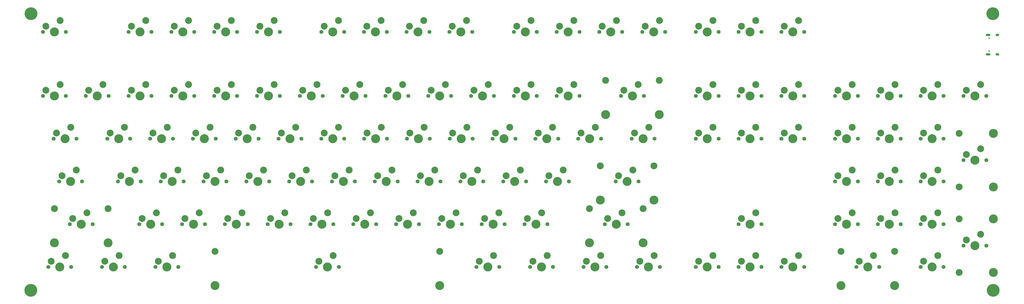
<source format=gbr>
%TF.GenerationSoftware,KiCad,Pcbnew,8.0.5*%
%TF.CreationDate,2025-06-07T17:07:02-07:00*%
%TF.ProjectId,Full Keyboard,46756c6c-204b-4657-9962-6f6172642e6b,2.0.0*%
%TF.SameCoordinates,Original*%
%TF.FileFunction,Soldermask,Top*%
%TF.FilePolarity,Negative*%
%FSLAX46Y46*%
G04 Gerber Fmt 4.6, Leading zero omitted, Abs format (unit mm)*
G04 Created by KiCad (PCBNEW 8.0.5) date 2025-06-07 17:07:02*
%MOMM*%
%LPD*%
G01*
G04 APERTURE LIST*
%ADD10C,1.750000*%
%ADD11C,3.050000*%
%ADD12C,4.000000*%
%ADD13C,3.048000*%
%ADD14C,3.987800*%
%ADD15C,5.700000*%
%ADD16C,0.650000*%
%ADD17O,1.600000X1.000000*%
%ADD18O,2.100000X1.000000*%
G04 APERTURE END LIST*
D10*
%TO.C,"3"1*%
X164814946Y-258160029D03*
D11*
X166084946Y-255620029D03*
D12*
X169894946Y-258160029D03*
D11*
X172434946Y-253080029D03*
D10*
X174974946Y-258160029D03*
%TD*%
%TO.C,F5*%
X231489946Y-229585029D03*
D11*
X232759946Y-227045029D03*
D12*
X236569946Y-229585029D03*
D11*
X239109946Y-224505029D03*
D10*
X241649946Y-229585029D03*
%TD*%
%TO.C,PgDn1*%
X436277446Y-277210029D03*
D11*
X437547446Y-274670029D03*
D12*
X441357446Y-277210029D03*
D11*
X443897446Y-272130029D03*
D10*
X446437446Y-277210029D03*
%TD*%
%TO.C,Space1*%
X229108696Y-334360029D03*
D11*
X230378696Y-331820029D03*
D12*
X234188696Y-334360029D03*
D11*
X236728696Y-329280029D03*
D10*
X239268696Y-334360029D03*
%TD*%
%TO.C,"0"1*%
X298164946Y-258160029D03*
D11*
X299434946Y-255620029D03*
D12*
X303244946Y-258160029D03*
D11*
X305784946Y-253080029D03*
D10*
X308324946Y-258160029D03*
%TD*%
%TO.C,LeftWin1*%
X133858696Y-334360029D03*
D11*
X135128696Y-331820029D03*
D12*
X138938696Y-334360029D03*
D11*
X141478696Y-329280029D03*
D10*
X144018696Y-334360029D03*
%TD*%
%TO.C,}1*%
X345789946Y-277210029D03*
D11*
X347059946Y-274670029D03*
D12*
X350869946Y-277210029D03*
D11*
X353409946Y-272130029D03*
D10*
X355949946Y-277210029D03*
%TD*%
%TO.C,Tilde1*%
X107664946Y-258160029D03*
D11*
X108934946Y-255620029D03*
D12*
X112744946Y-258160029D03*
D11*
X115284946Y-253080029D03*
D10*
X117824946Y-258160029D03*
%TD*%
D13*
%TO.C,REF\u002A\u002A*%
X515334946Y-336773029D03*
D14*
X530544946Y-336773029D03*
D13*
X515334946Y-312897029D03*
D14*
X530544946Y-312897029D03*
%TD*%
D10*
%TO.C,End1*%
X417227446Y-277210029D03*
D11*
X418497446Y-274670029D03*
D12*
X422307446Y-277210029D03*
D11*
X424847446Y-272130029D03*
D10*
X427387446Y-277210029D03*
%TD*%
%TO.C,Num+1*%
X517239946Y-286735029D03*
D11*
X518509946Y-284195029D03*
D12*
X522319946Y-286735029D03*
D11*
X524859946Y-281655029D03*
D10*
X527399946Y-286735029D03*
%TD*%
%TO.C,;1*%
X312452446Y-296260029D03*
D11*
X313722446Y-293720029D03*
D12*
X317532446Y-296260029D03*
D11*
X320072446Y-291180029D03*
D10*
X322612446Y-296260029D03*
%TD*%
%TO.C,\u005C1*%
X369602446Y-277210029D03*
D11*
X370872446Y-274670029D03*
D12*
X374682446Y-277210029D03*
D11*
X377222446Y-272130029D03*
D10*
X379762446Y-277210029D03*
%TD*%
%TO.C,D105*%
X179102446Y-296260029D03*
D11*
X180372446Y-293720029D03*
D12*
X184182446Y-296260029D03*
D11*
X186722446Y-291180029D03*
D10*
X189262446Y-296260029D03*
%TD*%
D15*
%TO.C,REF\u002A\u002A*%
X530319946Y-221460029D03*
%TD*%
D10*
%TO.C,"1"1*%
X126714946Y-258160029D03*
D11*
X127984946Y-255620029D03*
D12*
X131794946Y-258160029D03*
D11*
X134334946Y-253080029D03*
D10*
X136874946Y-258160029D03*
%TD*%
%TO.C,Backspace1*%
X364839946Y-258160029D03*
D11*
X366109946Y-255620029D03*
D12*
X369919946Y-258160029D03*
D11*
X372459946Y-253080029D03*
D10*
X374999946Y-258160029D03*
%TD*%
%TO.C,"8"1*%
X260064946Y-258160029D03*
D11*
X261334946Y-255620029D03*
D12*
X265144946Y-258160029D03*
D11*
X267684946Y-253080029D03*
D10*
X270224946Y-258160029D03*
%TD*%
%TO.C,RightControl1*%
X371983696Y-334360029D03*
D11*
X373253696Y-331820029D03*
D12*
X377063696Y-334360029D03*
D11*
X379603696Y-329280029D03*
D10*
X382143696Y-334360029D03*
%TD*%
%TO.C,LeftArrow1*%
X398177446Y-334360029D03*
D11*
X399447446Y-331820029D03*
D12*
X403257446Y-334360029D03*
D11*
X405797446Y-329280029D03*
D10*
X408337446Y-334360029D03*
%TD*%
%TO.C,PgUp1*%
X436277446Y-258160029D03*
D11*
X437547446Y-255620029D03*
D12*
X441357446Y-258160029D03*
D11*
X443897446Y-253080029D03*
D10*
X446437446Y-258160029D03*
%TD*%
%TO.C,J2*%
X255302446Y-296260029D03*
D11*
X256572446Y-293720029D03*
D12*
X260382446Y-296260029D03*
D11*
X262922446Y-291180029D03*
D10*
X265462446Y-296260029D03*
%TD*%
%TO.C,Num3*%
X498189946Y-315310029D03*
D11*
X499459946Y-312770029D03*
D12*
X503269946Y-315310029D03*
D11*
X505809946Y-310230029D03*
D10*
X508349946Y-315310029D03*
%TD*%
%TO.C,P1*%
X307689946Y-277210029D03*
D11*
X308959946Y-274670029D03*
D12*
X312769946Y-277210029D03*
D11*
X315309946Y-272130029D03*
D10*
X317849946Y-277210029D03*
%TD*%
%TO.C,Num.1*%
X498189946Y-334360029D03*
D11*
X499459946Y-331820029D03*
D12*
X503269946Y-334360029D03*
D11*
X505809946Y-329280029D03*
D10*
X508349946Y-334360029D03*
%TD*%
%TO.C,"4"1*%
X183864946Y-258160029D03*
D11*
X185134946Y-255620029D03*
D12*
X188944946Y-258160029D03*
D11*
X191484946Y-253080029D03*
D10*
X194024946Y-258160029D03*
%TD*%
%TO.C,Home1*%
X417227446Y-258160029D03*
D11*
X418497446Y-255620029D03*
D12*
X422307446Y-258160029D03*
D11*
X424847446Y-253080029D03*
D10*
X427387446Y-258160029D03*
%TD*%
%TO.C,Num-1*%
X517239946Y-258160029D03*
D11*
X518509946Y-255620029D03*
D12*
X522319946Y-258160029D03*
D11*
X524859946Y-253080029D03*
D10*
X527399946Y-258160029D03*
%TD*%
%TO.C,F10*%
X336214946Y-229585029D03*
D11*
X337484946Y-227045029D03*
D12*
X341294946Y-229585029D03*
D11*
X343834946Y-224505029D03*
D10*
X346374946Y-229585029D03*
%TD*%
%TO.C,F8*%
X288489946Y-229585029D03*
D11*
X289759946Y-227045029D03*
D12*
X293569946Y-229585029D03*
D11*
X296109946Y-224505029D03*
D10*
X298649946Y-229585029D03*
%TD*%
%TO.C,F4*%
X202914946Y-229585029D03*
D11*
X204184946Y-227045029D03*
D12*
X207994946Y-229585029D03*
D11*
X210534946Y-224505029D03*
D10*
X213074946Y-229585029D03*
%TD*%
%TO.C,"1*%
X331502446Y-296260029D03*
D11*
X332772446Y-293720029D03*
D12*
X336582446Y-296260029D03*
D11*
X339122446Y-291180029D03*
D10*
X341662446Y-296260029D03*
%TD*%
%TO.C,Func1*%
X145764946Y-229585029D03*
D11*
X147034946Y-227045029D03*
D12*
X150844946Y-229585029D03*
D11*
X153384946Y-224505029D03*
D10*
X155924946Y-229585029D03*
%TD*%
%TO.C,"5"1*%
X202914946Y-258160029D03*
D11*
X204184946Y-255620029D03*
D12*
X207994946Y-258160029D03*
D11*
X210534946Y-253080029D03*
D10*
X213074946Y-258160029D03*
%TD*%
D13*
%TO.C,REF\u002A\u002A*%
X357981946Y-251175029D03*
D14*
X357981946Y-266385029D03*
D13*
X381857946Y-251175029D03*
D14*
X381857946Y-266385029D03*
%TD*%
D15*
%TO.C,REF\u002A\u002A*%
X102219946Y-344760029D03*
%TD*%
D10*
%TO.C,"-"1*%
X317214946Y-258160029D03*
D11*
X318484946Y-255620029D03*
D12*
X322294946Y-258160029D03*
D11*
X324834946Y-253080029D03*
D10*
X327374946Y-258160029D03*
%TD*%
%TO.C,"6"1*%
X221964946Y-258160029D03*
D11*
X223234946Y-255620029D03*
D12*
X227044946Y-258160029D03*
D11*
X229584946Y-253080029D03*
D10*
X232124946Y-258160029D03*
%TD*%
%TO.C,F13*%
X198152446Y-296260029D03*
D11*
X199422446Y-293720029D03*
D12*
X203232446Y-296260029D03*
D11*
X205772446Y-291180029D03*
D10*
X208312446Y-296260029D03*
%TD*%
%TO.C,L1*%
X293402446Y-296260029D03*
D11*
X294672446Y-293720029D03*
D12*
X298482446Y-296260029D03*
D11*
X301022446Y-291180029D03*
D10*
X303562446Y-296260029D03*
%TD*%
%TO.C,Shift1*%
X119571196Y-315310029D03*
D11*
X120841196Y-312770029D03*
D12*
X124651196Y-315310029D03*
D11*
X127191196Y-310230029D03*
D10*
X129731196Y-315310029D03*
%TD*%
%TO.C,Delete1*%
X398177446Y-277210029D03*
D11*
X399447446Y-274670029D03*
D12*
X403257446Y-277210029D03*
D11*
X405797446Y-272130029D03*
D10*
X408337446Y-277210029D03*
%TD*%
%TO.C,Num9*%
X498189946Y-277210029D03*
D11*
X499459946Y-274670029D03*
D12*
X503269946Y-277210029D03*
D11*
X505809946Y-272130029D03*
D10*
X508349946Y-277210029D03*
%TD*%
%TO.C,F7*%
X269489946Y-229585029D03*
D11*
X270759946Y-227045029D03*
D12*
X274569946Y-229585029D03*
D11*
X277109946Y-224505029D03*
D10*
X279649946Y-229585029D03*
%TD*%
%TO.C,Menu1*%
X348171196Y-334360029D03*
D11*
X349441196Y-331820029D03*
D12*
X353251196Y-334360029D03*
D11*
X355791196Y-329280029D03*
D10*
X358331196Y-334360029D03*
%TD*%
%TO.C,Num6*%
X498189946Y-296260029D03*
D11*
X499459946Y-293720029D03*
D12*
X503269946Y-296260029D03*
D11*
X505809946Y-291180029D03*
D10*
X508349946Y-296260029D03*
%TD*%
%TO.C,NumEnter1*%
X517239946Y-324835029D03*
D11*
X518509946Y-322295029D03*
D12*
X522319946Y-324835029D03*
D11*
X524859946Y-319755029D03*
D10*
X527399946Y-324835029D03*
%TD*%
%TO.C,T1*%
X212439946Y-277210029D03*
D11*
X213709946Y-274670029D03*
D12*
X217519946Y-277210029D03*
D11*
X220059946Y-272130029D03*
D10*
X222599946Y-277210029D03*
%TD*%
%TO.C,F11*%
X355214946Y-229585029D03*
D11*
X356484946Y-227045029D03*
D12*
X360294946Y-229585029D03*
D11*
X362834946Y-224505029D03*
D10*
X365374946Y-229585029D03*
%TD*%
%TO.C,I1*%
X269589946Y-277210029D03*
D11*
X270859946Y-274670029D03*
D12*
X274669946Y-277210029D03*
D11*
X277209946Y-272130029D03*
D10*
X279749946Y-277210029D03*
%TD*%
D15*
%TO.C,REF\u002A\u002A*%
X102319946Y-221460029D03*
%TD*%
D10*
%TO.C,Q1*%
X136239946Y-277210029D03*
D11*
X137509946Y-274670029D03*
D12*
X141319946Y-277210029D03*
D11*
X143859946Y-272130029D03*
D10*
X146399946Y-277210029D03*
%TD*%
D13*
%TO.C,REF\u002A\u002A*%
X462756946Y-327375029D03*
D14*
X462756946Y-342585029D03*
D13*
X486632946Y-327375029D03*
D14*
X486632946Y-342585029D03*
%TD*%
D10*
%TO.C,{1*%
X326739946Y-277210029D03*
D11*
X328009946Y-274670029D03*
D12*
X331819946Y-277210029D03*
D11*
X334359946Y-272130029D03*
D10*
X336899946Y-277210029D03*
%TD*%
D13*
%TO.C,REF\u002A\u002A*%
X515334946Y-298673029D03*
D14*
X530544946Y-298673029D03*
D13*
X515334946Y-274797029D03*
D14*
X530544946Y-274797029D03*
%TD*%
D10*
%TO.C,F9*%
X317214946Y-229585029D03*
D11*
X318484946Y-227045029D03*
D12*
X322294946Y-229585029D03*
D11*
X324834946Y-224505029D03*
D10*
X327374946Y-229585029D03*
%TD*%
%TO.C,G1*%
X217202446Y-296260029D03*
D11*
X218472446Y-293720029D03*
D12*
X222282446Y-296260029D03*
D11*
X224822446Y-291180029D03*
D10*
X227362446Y-296260029D03*
%TD*%
%TO.C,RightWin1*%
X324358696Y-334360029D03*
D11*
X325628696Y-331820029D03*
D12*
X329438696Y-334360029D03*
D11*
X331978696Y-329280029D03*
D10*
X334518696Y-334360029D03*
%TD*%
%TO.C,Num2*%
X479139946Y-315310029D03*
D11*
X480409946Y-312770029D03*
D12*
X484219946Y-315310029D03*
D11*
X486759946Y-310230029D03*
D10*
X489299946Y-315310029D03*
%TD*%
%TO.C,F3*%
X183864946Y-229585029D03*
D11*
X185134946Y-227045029D03*
D12*
X188944946Y-229585029D03*
D11*
X191484946Y-224505029D03*
D10*
X194024946Y-229585029D03*
%TD*%
%TO.C,RightShift1*%
X357696196Y-315310029D03*
D11*
X358966196Y-312770029D03*
D12*
X362776196Y-315310029D03*
D11*
X365316196Y-310230029D03*
D10*
X367856196Y-315310029D03*
%TD*%
%TO.C,O1*%
X288639946Y-277210029D03*
D11*
X289909946Y-274670029D03*
D12*
X293719946Y-277210029D03*
D11*
X296259946Y-272130029D03*
D10*
X298799946Y-277210029D03*
%TD*%
%TO.C,B1*%
X226727446Y-315310029D03*
D11*
X227997446Y-312770029D03*
D12*
X231807446Y-315310029D03*
D11*
X234347446Y-310230029D03*
D10*
X236887446Y-315310029D03*
%TD*%
D13*
%TO.C,REF\u002A\u002A*%
X184188696Y-327375029D03*
D14*
X184188696Y-342585029D03*
D13*
X284188696Y-327375029D03*
D14*
X284188696Y-342585029D03*
%TD*%
D10*
%TO.C,Z1*%
X150527446Y-315310029D03*
D11*
X151797446Y-312770029D03*
D12*
X155607446Y-315310029D03*
D11*
X158147446Y-310230029D03*
D10*
X160687446Y-315310029D03*
%TD*%
%TO.C,K1*%
X274352446Y-296260029D03*
D11*
X275622446Y-293720029D03*
D12*
X279432446Y-296260029D03*
D11*
X281972446Y-291180029D03*
D10*
X284512446Y-296260029D03*
%TD*%
%TO.C,Y1*%
X231489946Y-277210029D03*
D11*
X232759946Y-274670029D03*
D12*
X236569946Y-277210029D03*
D11*
X239109946Y-272130029D03*
D10*
X241649946Y-277210029D03*
%TD*%
D13*
%TO.C,REF\u002A\u002A*%
X355600696Y-289275029D03*
D14*
X355600696Y-304485029D03*
D13*
X379476696Y-289275029D03*
D14*
X379476696Y-304485029D03*
%TD*%
D10*
%TO.C,A1*%
X141002446Y-296260029D03*
D11*
X142272446Y-293720029D03*
D12*
X146082446Y-296260029D03*
D11*
X148622446Y-291180029D03*
D10*
X151162446Y-296260029D03*
%TD*%
%TO.C,>1*%
X302927446Y-315310029D03*
D11*
X304197446Y-312770029D03*
D12*
X308007446Y-315310029D03*
D11*
X310547446Y-310230029D03*
D10*
X313087446Y-315310029D03*
%TD*%
%TO.C,RightAlt1*%
X300546196Y-334360029D03*
D11*
X301816196Y-331820029D03*
D12*
X305626196Y-334360029D03*
D11*
X308166196Y-329280029D03*
D10*
X310706196Y-334360029D03*
%TD*%
%TO.C,"="1*%
X336264946Y-258160029D03*
D11*
X337534946Y-255620029D03*
D12*
X341344946Y-258160029D03*
D11*
X343884946Y-253080029D03*
D10*
X346424946Y-258160029D03*
%TD*%
%TO.C,"2"1*%
X145764946Y-258160029D03*
D11*
X147034946Y-255620029D03*
D12*
X150844946Y-258160029D03*
D11*
X153384946Y-253080029D03*
D10*
X155924946Y-258160029D03*
%TD*%
%TO.C,"7"1*%
X241014946Y-258160029D03*
D11*
X242284946Y-255620029D03*
D12*
X246094946Y-258160029D03*
D11*
X248634946Y-253080029D03*
D10*
X251174946Y-258160029D03*
%TD*%
%TO.C,Num8*%
X479139946Y-277210029D03*
D11*
X480409946Y-274670029D03*
D12*
X484219946Y-277210029D03*
D11*
X486759946Y-272130029D03*
D10*
X489299946Y-277210029D03*
%TD*%
%TO.C,H1*%
X236252446Y-296260029D03*
D11*
X237522446Y-293720029D03*
D12*
X241332446Y-296260029D03*
D11*
X243872446Y-291180029D03*
D10*
X246412446Y-296260029D03*
%TD*%
%TO.C,Enter1*%
X362458696Y-296260029D03*
D11*
X363728696Y-293720029D03*
D12*
X367538696Y-296260029D03*
D11*
X370078696Y-291180029D03*
D10*
X372618696Y-296260029D03*
%TD*%
%TO.C,"?"1*%
X321977446Y-315310029D03*
D11*
X323247446Y-312770029D03*
D12*
X327057446Y-315310029D03*
D11*
X329597446Y-310230029D03*
D10*
X332137446Y-315310029D03*
%TD*%
%TO.C,U2*%
X250539946Y-277210029D03*
D11*
X251809946Y-274670029D03*
D12*
X255619946Y-277210029D03*
D11*
X258159946Y-272130029D03*
D10*
X260699946Y-277210029D03*
%TD*%
D15*
%TO.C,REF\u002A\u002A*%
X530519946Y-344760029D03*
%TD*%
D10*
%TO.C,Num/1*%
X479139946Y-258160029D03*
D11*
X480409946Y-255620029D03*
D12*
X484219946Y-258160029D03*
D11*
X486759946Y-253080029D03*
D10*
X489299946Y-258160029D03*
%TD*%
D13*
%TO.C,REF\u002A\u002A*%
X112713196Y-308325029D03*
D14*
X112713196Y-323535029D03*
D13*
X136589196Y-308325029D03*
D14*
X136589196Y-323535029D03*
%TD*%
D10*
%TO.C,F2*%
X164814946Y-229585029D03*
D11*
X166084946Y-227045029D03*
D12*
X169894946Y-229585029D03*
D11*
X172434946Y-224505029D03*
D10*
X174974946Y-229585029D03*
%TD*%
%TO.C,Num7*%
X460089946Y-277210029D03*
D11*
X461359946Y-274670029D03*
D12*
X465169946Y-277210029D03*
D11*
X467709946Y-272130029D03*
D10*
X470249946Y-277210029D03*
%TD*%
%TO.C,UpArrow1*%
X417227446Y-315310029D03*
D11*
X418497446Y-312770029D03*
D12*
X422307446Y-315310029D03*
D11*
X424847446Y-310230029D03*
D10*
X427387446Y-315310029D03*
%TD*%
%TO.C,E1*%
X174339946Y-277210029D03*
D11*
X175609946Y-274670029D03*
D12*
X179419946Y-277210029D03*
D11*
X181959946Y-272130029D03*
D10*
X184499946Y-277210029D03*
%TD*%
%TO.C,"9"1*%
X279114946Y-258160029D03*
D11*
X280384946Y-255620029D03*
D12*
X284194946Y-258160029D03*
D11*
X286734946Y-253080029D03*
D10*
X289274946Y-258160029D03*
%TD*%
%TO.C,LeftAlt1*%
X157671196Y-334360029D03*
D11*
X158941196Y-331820029D03*
D12*
X162751196Y-334360029D03*
D11*
X165291196Y-329280029D03*
D10*
X167831196Y-334360029D03*
%TD*%
%TO.C,ESC1*%
X107664946Y-229585029D03*
D11*
X108934946Y-227045029D03*
D12*
X112744946Y-229585029D03*
D11*
X115284946Y-224505029D03*
D10*
X117824946Y-229585029D03*
%TD*%
%TO.C,W1*%
X155289946Y-277210029D03*
D11*
X156559946Y-274670029D03*
D12*
X160369946Y-277210029D03*
D11*
X162909946Y-272130029D03*
D10*
X165449946Y-277210029D03*
%TD*%
%TO.C,<1*%
X283877446Y-315310029D03*
D11*
X285147446Y-312770029D03*
D12*
X288957446Y-315310029D03*
D11*
X291497446Y-310230029D03*
D10*
X294037446Y-315310029D03*
%TD*%
%TO.C,PauseBreak1*%
X436277446Y-229585029D03*
D11*
X437547446Y-227045029D03*
D12*
X441357446Y-229585029D03*
D11*
X443897446Y-224505029D03*
D10*
X446437446Y-229585029D03*
%TD*%
%TO.C,M1*%
X264827446Y-315310029D03*
D11*
X266097446Y-312770029D03*
D12*
X269907446Y-315310029D03*
D11*
X272447446Y-310230029D03*
D10*
X274987446Y-315310029D03*
%TD*%
%TO.C,Num\u002A1*%
X498189946Y-258160029D03*
D11*
X499459946Y-255620029D03*
D12*
X503269946Y-258160029D03*
D11*
X505809946Y-253080029D03*
D10*
X508349946Y-258160029D03*
%TD*%
%TO.C,Num5*%
X479139946Y-296260029D03*
D11*
X480409946Y-293720029D03*
D12*
X484219946Y-296260029D03*
D11*
X486759946Y-291180029D03*
D10*
X489299946Y-296260029D03*
%TD*%
%TO.C,Num4*%
X460089946Y-296260029D03*
D11*
X461359946Y-293720029D03*
D12*
X465169946Y-296260029D03*
D11*
X467709946Y-291180029D03*
D10*
X470249946Y-296260029D03*
%TD*%
%TO.C,ScrollLock1*%
X417227446Y-229585029D03*
D11*
X418497446Y-227045029D03*
D12*
X422307446Y-229585029D03*
D11*
X424847446Y-224505029D03*
D10*
X427387446Y-229585029D03*
%TD*%
%TO.C,DownArrow1*%
X417227446Y-334360029D03*
D11*
X418497446Y-331820029D03*
D12*
X422307446Y-334360029D03*
D11*
X424847446Y-329280029D03*
D10*
X427387446Y-334360029D03*
%TD*%
%TO.C,V1*%
X207677446Y-315310029D03*
D11*
X208947446Y-312770029D03*
D12*
X212757446Y-315310029D03*
D11*
X215297446Y-310230029D03*
D10*
X217837446Y-315310029D03*
%TD*%
%TO.C,R4*%
X193389946Y-277210029D03*
D11*
X194659946Y-274670029D03*
D12*
X198469946Y-277210029D03*
D11*
X201009946Y-272130029D03*
D10*
X203549946Y-277210029D03*
%TD*%
%TO.C,Num1*%
X460089946Y-315310029D03*
D11*
X461359946Y-312770029D03*
D12*
X465169946Y-315310029D03*
D11*
X467709946Y-310230029D03*
D10*
X470249946Y-315310029D03*
%TD*%
%TO.C,X1*%
X169577446Y-315310029D03*
D11*
X170847446Y-312770029D03*
D12*
X174657446Y-315310029D03*
D11*
X177197446Y-310230029D03*
D10*
X179737446Y-315310029D03*
%TD*%
%TO.C,Num0*%
X469614946Y-334360029D03*
D11*
X470884946Y-331820029D03*
D12*
X474694946Y-334360029D03*
D11*
X477234946Y-329280029D03*
D10*
X479774946Y-334360029D03*
%TD*%
%TO.C,Tab1*%
X112427446Y-277210029D03*
D11*
X113697446Y-274670029D03*
D12*
X117507446Y-277210029D03*
D11*
X120047446Y-272130029D03*
D10*
X122587446Y-277210029D03*
%TD*%
%TO.C,CapsLock1*%
X114808696Y-296260029D03*
D11*
X116078696Y-293720029D03*
D12*
X119888696Y-296260029D03*
D11*
X122428696Y-291180029D03*
D10*
X124968696Y-296260029D03*
%TD*%
%TO.C,PrtSc1*%
X398177446Y-229585029D03*
D11*
X399447446Y-227045029D03*
D12*
X403257446Y-229585029D03*
D11*
X405797446Y-224505029D03*
D10*
X408337446Y-229585029D03*
%TD*%
D13*
%TO.C,REF\u002A\u002A*%
X350838196Y-308325029D03*
D14*
X350838196Y-323535029D03*
D13*
X374714196Y-308325029D03*
D14*
X374714196Y-323535029D03*
%TD*%
D10*
%TO.C,F6*%
X250489946Y-229585029D03*
D11*
X251759946Y-227045029D03*
D12*
X255569946Y-229585029D03*
D11*
X258109946Y-224505029D03*
D10*
X260649946Y-229585029D03*
%TD*%
%TO.C,Insert1*%
X398177446Y-258160029D03*
D11*
X399447446Y-255620029D03*
D12*
X403257446Y-258160029D03*
D11*
X405797446Y-253080029D03*
D10*
X408337446Y-258160029D03*
%TD*%
%TO.C,LeftControl1*%
X110046196Y-334360029D03*
D11*
X111316196Y-331820029D03*
D12*
X115126196Y-334360029D03*
D11*
X117666196Y-329280029D03*
D10*
X120206196Y-334360029D03*
%TD*%
%TO.C,N1*%
X245777446Y-315310029D03*
D11*
X247047446Y-312770029D03*
D12*
X250857446Y-315310029D03*
D11*
X253397446Y-310230029D03*
D10*
X255937446Y-315310029D03*
%TD*%
%TO.C,F12*%
X374344946Y-229585029D03*
D11*
X375614946Y-227045029D03*
D12*
X379424946Y-229585029D03*
D11*
X381964946Y-224505029D03*
D10*
X384504946Y-229585029D03*
%TD*%
%TO.C,RightArrow1*%
X436277446Y-334360029D03*
D11*
X437547446Y-331820029D03*
D12*
X441357446Y-334360029D03*
D11*
X443897446Y-329280029D03*
D10*
X446437446Y-334360029D03*
%TD*%
%TO.C,NumLock1*%
X460089946Y-258160029D03*
D11*
X461359946Y-255620029D03*
D12*
X465169946Y-258160029D03*
D11*
X467709946Y-253080029D03*
D10*
X470249946Y-258160029D03*
%TD*%
%TO.C,S1*%
X160052446Y-296260029D03*
D11*
X161322446Y-293720029D03*
D12*
X165132446Y-296260029D03*
D11*
X167672446Y-291180029D03*
D10*
X170212446Y-296260029D03*
%TD*%
%TO.C,C1*%
X188627446Y-315310029D03*
D11*
X189897446Y-312770029D03*
D12*
X193707446Y-315310029D03*
D11*
X196247446Y-310230029D03*
D10*
X198787446Y-315310029D03*
%TD*%
D16*
%TO.C,J1*%
X528719946Y-232370029D03*
X528719946Y-238150029D03*
D17*
X532369946Y-230940029D03*
D18*
X528189946Y-230940029D03*
D17*
X532369946Y-239580029D03*
D18*
X528189946Y-239580029D03*
%TD*%
M02*

</source>
